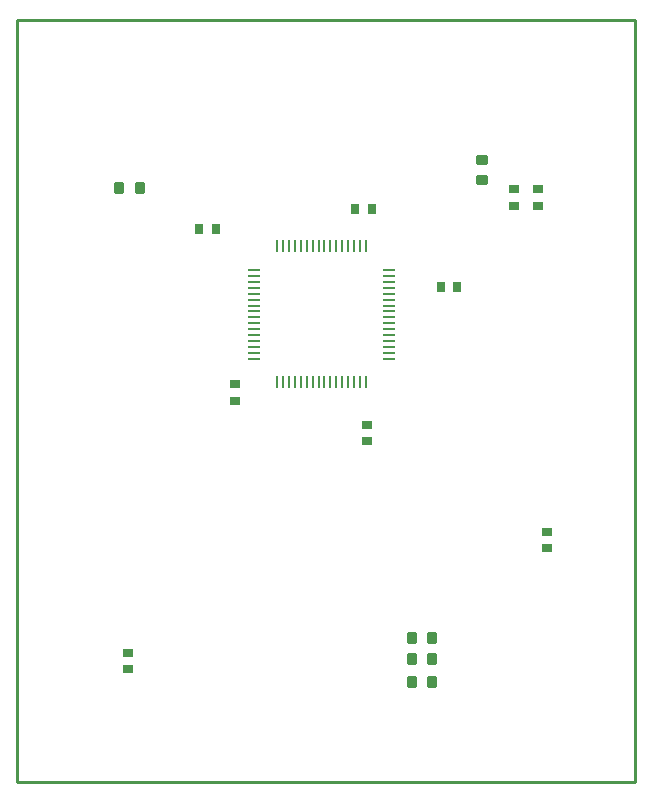
<source format=gtp>
G04*
G04 #@! TF.GenerationSoftware,Altium Limited,Altium Designer,18.1.7 (191)*
G04*
G04 Layer_Color=8421504*
%FSLAX25Y25*%
%MOIN*%
G70*
G01*
G75*
%ADD13C,0.01000*%
G04:AMPARAMS|DCode=19|XSize=39.37mil|YSize=35.43mil|CornerRadius=4.43mil|HoleSize=0mil|Usage=FLASHONLY|Rotation=90.000|XOffset=0mil|YOffset=0mil|HoleType=Round|Shape=RoundedRectangle|*
%AMROUNDEDRECTD19*
21,1,0.03937,0.02657,0,0,90.0*
21,1,0.03051,0.03543,0,0,90.0*
1,1,0.00886,0.01329,0.01526*
1,1,0.00886,0.01329,-0.01526*
1,1,0.00886,-0.01329,-0.01526*
1,1,0.00886,-0.01329,0.01526*
%
%ADD19ROUNDEDRECTD19*%
%ADD20R,0.03740X0.02953*%
%ADD21R,0.02953X0.03740*%
G04:AMPARAMS|DCode=22|XSize=39.37mil|YSize=35.43mil|CornerRadius=4.43mil|HoleSize=0mil|Usage=FLASHONLY|Rotation=0.000|XOffset=0mil|YOffset=0mil|HoleType=Round|Shape=RoundedRectangle|*
%AMROUNDEDRECTD22*
21,1,0.03937,0.02657,0,0,0.0*
21,1,0.03051,0.03543,0,0,0.0*
1,1,0.00886,0.01526,-0.01329*
1,1,0.00886,-0.01526,-0.01329*
1,1,0.00886,-0.01526,0.01329*
1,1,0.00886,0.01526,0.01329*
%
%ADD22ROUNDEDRECTD22*%
%ADD23R,0.04424X0.00881*%
%ADD24R,0.00881X0.04424*%
D13*
X0Y0D02*
X206000D01*
Y254000D01*
X0D02*
X206000D01*
X0Y0D02*
Y254000D01*
D19*
X138347Y48000D02*
D03*
X131653D02*
D03*
X138347Y41000D02*
D03*
X131653D02*
D03*
X138347Y33500D02*
D03*
X131653D02*
D03*
X34154Y198000D02*
D03*
X40846D02*
D03*
D20*
X176500Y77988D02*
D03*
Y83500D02*
D03*
X37000Y43256D02*
D03*
Y37744D02*
D03*
X173500Y192244D02*
D03*
Y197756D02*
D03*
X165500Y192244D02*
D03*
Y197756D02*
D03*
X116500Y113744D02*
D03*
Y119256D02*
D03*
X72500Y127244D02*
D03*
Y132756D02*
D03*
D21*
X118256Y191000D02*
D03*
X112744D02*
D03*
X60744Y184500D02*
D03*
X66256D02*
D03*
X146756Y165000D02*
D03*
X141244D02*
D03*
D22*
X155000Y200654D02*
D03*
Y207347D02*
D03*
D23*
X124138Y141236D02*
D03*
Y143205D02*
D03*
Y145173D02*
D03*
Y147142D02*
D03*
Y149110D02*
D03*
Y151079D02*
D03*
Y153047D02*
D03*
Y155016D02*
D03*
Y156984D02*
D03*
Y158953D02*
D03*
Y160921D02*
D03*
Y162890D02*
D03*
Y164858D02*
D03*
Y166827D02*
D03*
Y168795D02*
D03*
Y170764D02*
D03*
X78862D02*
D03*
Y168795D02*
D03*
Y166827D02*
D03*
Y164858D02*
D03*
Y162890D02*
D03*
Y160921D02*
D03*
Y158953D02*
D03*
Y156984D02*
D03*
Y155016D02*
D03*
Y153047D02*
D03*
Y151079D02*
D03*
Y149110D02*
D03*
Y147142D02*
D03*
Y145173D02*
D03*
Y143205D02*
D03*
Y141236D02*
D03*
D24*
X116264Y178638D02*
D03*
X114295D02*
D03*
X112327D02*
D03*
X110358D02*
D03*
X108390D02*
D03*
X106421D02*
D03*
X104453D02*
D03*
X102484D02*
D03*
X100516D02*
D03*
X98547D02*
D03*
X96579D02*
D03*
X94610D02*
D03*
X92642D02*
D03*
X90673D02*
D03*
X88705D02*
D03*
X86736D02*
D03*
Y133362D02*
D03*
X88705D02*
D03*
X90673D02*
D03*
X92642D02*
D03*
X94610D02*
D03*
X96579D02*
D03*
X98547D02*
D03*
X100516D02*
D03*
X102484D02*
D03*
X104453D02*
D03*
X106421D02*
D03*
X108390D02*
D03*
X110358D02*
D03*
X112327D02*
D03*
X114295D02*
D03*
X116264D02*
D03*
M02*

</source>
